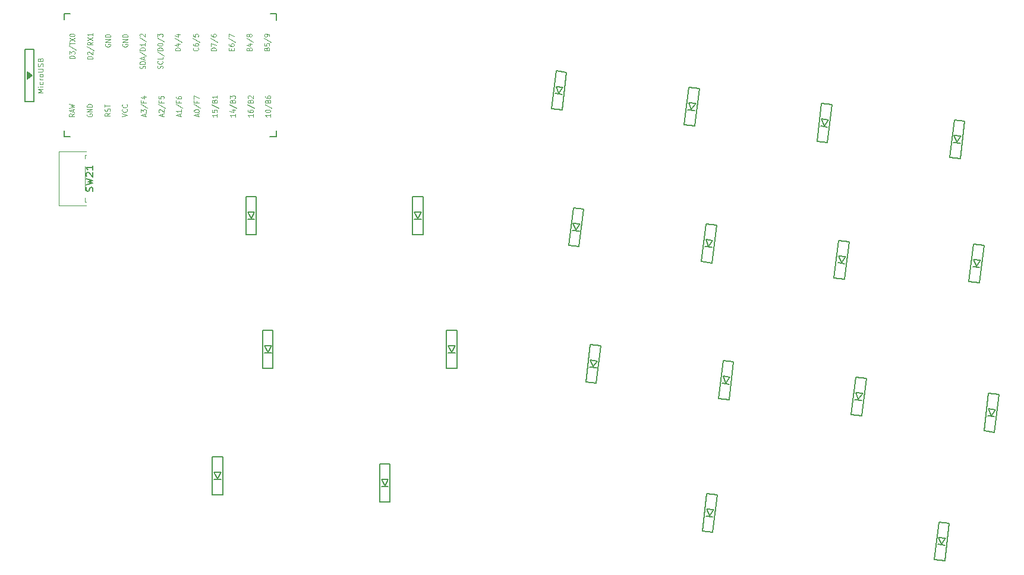
<source format=gbr>
%TF.GenerationSoftware,KiCad,Pcbnew,(5.1.9-0-10_14)*%
%TF.CreationDate,2021-04-30T13:47:16+09:00*%
%TF.ProjectId,seiren-pad,73656972-656e-42d7-9061-642e6b696361,rev?*%
%TF.SameCoordinates,Original*%
%TF.FileFunction,Legend,Top*%
%TF.FilePolarity,Positive*%
%FSLAX46Y46*%
G04 Gerber Fmt 4.6, Leading zero omitted, Abs format (unit mm)*
G04 Created by KiCad (PCBNEW (5.1.9-0-10_14)) date 2021-04-30 13:47:16*
%MOMM*%
%LPD*%
G01*
G04 APERTURE LIST*
%ADD10C,0.120000*%
%ADD11C,0.150000*%
%ADD12C,0.125000*%
G04 APERTURE END LIST*
D10*
X114782600Y-83820000D02*
X114808000Y-83794600D01*
D11*
%TO.C,D4*%
X220394552Y-36693194D02*
X221387098Y-36815064D01*
X220903012Y-36654874D02*
X220516422Y-35700648D01*
X221508968Y-35822518D02*
X220903012Y-36654874D01*
X220516422Y-35700648D02*
X221508968Y-35822518D01*
X220536398Y-33486579D02*
X222025217Y-33669383D01*
X219878303Y-38846329D02*
X221367122Y-39029133D01*
X220536398Y-33486579D02*
X219878303Y-38846329D01*
X221367122Y-39029133D02*
X222025217Y-33669383D01*
%TO.C,D5*%
X119857540Y-47659720D02*
X120857540Y-47659720D01*
X120357540Y-47559720D02*
X119857540Y-46659720D01*
X120857540Y-46659720D02*
X120357540Y-47559720D01*
X119857540Y-46659720D02*
X120857540Y-46659720D01*
X119607540Y-44459720D02*
X121107540Y-44459720D01*
X119607540Y-49859720D02*
X121107540Y-49859720D01*
X119607540Y-44459720D02*
X119607540Y-49859720D01*
X121107540Y-49859720D02*
X121107540Y-44459720D01*
%TO.C,D6*%
X143609440Y-47659720D02*
X144609440Y-47659720D01*
X144109440Y-47559720D02*
X143609440Y-46659720D01*
X144609440Y-46659720D02*
X144109440Y-47559720D01*
X143609440Y-46659720D02*
X144609440Y-46659720D01*
X143359440Y-44459720D02*
X144859440Y-44459720D01*
X143359440Y-49859720D02*
X144859440Y-49859720D01*
X143359440Y-44459720D02*
X143359440Y-49859720D01*
X144859440Y-49859720D02*
X144859440Y-44459720D01*
%TO.C,D7*%
X166113745Y-49221411D02*
X167106291Y-49343281D01*
X166622205Y-49183091D02*
X166235615Y-48228865D01*
X167228161Y-48350735D02*
X166622205Y-49183091D01*
X166235615Y-48228865D02*
X167228161Y-48350735D01*
X166255591Y-46014796D02*
X167744410Y-46197600D01*
X165597496Y-51374546D02*
X167086315Y-51557350D01*
X166255591Y-46014796D02*
X165597496Y-51374546D01*
X167086315Y-51557350D02*
X167744410Y-46197600D01*
%TO.C,D8*%
X185021749Y-51543022D02*
X186014295Y-51664892D01*
X185530209Y-51504702D02*
X185143619Y-50550476D01*
X186136165Y-50672346D02*
X185530209Y-51504702D01*
X185143619Y-50550476D02*
X186136165Y-50672346D01*
X185163595Y-48336407D02*
X186652414Y-48519211D01*
X184505500Y-53696157D02*
X185994319Y-53878961D01*
X185163595Y-48336407D02*
X184505500Y-53696157D01*
X185994319Y-53878961D02*
X186652414Y-48519211D01*
%TO.C,D9*%
X203929753Y-53864628D02*
X204922299Y-53986498D01*
X204438213Y-53826308D02*
X204051623Y-52872082D01*
X205044169Y-52993952D02*
X204438213Y-53826308D01*
X204051623Y-52872082D02*
X205044169Y-52993952D01*
X204071599Y-50658013D02*
X205560418Y-50840817D01*
X203413504Y-56017763D02*
X204902323Y-56200567D01*
X204071599Y-50658013D02*
X203413504Y-56017763D01*
X204902323Y-56200567D02*
X205560418Y-50840817D01*
%TO.C,D10*%
X223149719Y-54392459D02*
X224142265Y-54514329D01*
X223658179Y-54354139D02*
X223271589Y-53399913D01*
X224264135Y-53521783D02*
X223658179Y-54354139D01*
X223271589Y-53399913D02*
X224264135Y-53521783D01*
X223291565Y-51185844D02*
X224780384Y-51368648D01*
X222633470Y-56545594D02*
X224122289Y-56728398D01*
X223291565Y-51185844D02*
X222633470Y-56545594D01*
X224122289Y-56728398D02*
X224780384Y-51368648D01*
%TO.C,D11*%
X122238790Y-66709720D02*
X123238790Y-66709720D01*
X122738790Y-66609720D02*
X122238790Y-65709720D01*
X123238790Y-65709720D02*
X122738790Y-66609720D01*
X122238790Y-65709720D02*
X123238790Y-65709720D01*
X121988790Y-63509720D02*
X123488790Y-63509720D01*
X121988790Y-68909720D02*
X123488790Y-68909720D01*
X121988790Y-63509720D02*
X121988790Y-68909720D01*
X123488790Y-68909720D02*
X123488790Y-63509720D01*
%TO.C,D12*%
X148410040Y-66709720D02*
X149410040Y-66709720D01*
X148910040Y-66609720D02*
X148410040Y-65709720D01*
X149410040Y-65709720D02*
X148910040Y-66609720D01*
X148410040Y-65709720D02*
X149410040Y-65709720D01*
X148160040Y-63509720D02*
X149660040Y-63509720D01*
X148160040Y-68909720D02*
X149660040Y-68909720D01*
X148160040Y-63509720D02*
X148160040Y-68909720D01*
X149660040Y-68909720D02*
X149660040Y-63509720D01*
%TO.C,D13*%
X168556951Y-68714461D02*
X169549497Y-68836331D01*
X169065411Y-68676141D02*
X168678821Y-67721915D01*
X169671367Y-67843785D02*
X169065411Y-68676141D01*
X168678821Y-67721915D02*
X169671367Y-67843785D01*
X168698797Y-65507846D02*
X170187616Y-65690650D01*
X168040702Y-70867596D02*
X169529521Y-71050400D01*
X168698797Y-65507846D02*
X168040702Y-70867596D01*
X169529521Y-71050400D02*
X170187616Y-65690650D01*
%TO.C,D14*%
X187464955Y-71036072D02*
X188457501Y-71157942D01*
X187973415Y-70997752D02*
X187586825Y-70043526D01*
X188579371Y-70165396D02*
X187973415Y-70997752D01*
X187586825Y-70043526D02*
X188579371Y-70165396D01*
X187606801Y-67829457D02*
X189095620Y-68012261D01*
X186948706Y-73189207D02*
X188437525Y-73372011D01*
X187606801Y-67829457D02*
X186948706Y-73189207D01*
X188437525Y-73372011D02*
X189095620Y-68012261D01*
%TO.C,D15*%
X206372953Y-73357668D02*
X207365499Y-73479538D01*
X206881413Y-73319348D02*
X206494823Y-72365122D01*
X207487369Y-72486992D02*
X206881413Y-73319348D01*
X206494823Y-72365122D02*
X207487369Y-72486992D01*
X206514799Y-70151053D02*
X208003618Y-70333857D01*
X205856704Y-75510803D02*
X207345523Y-75693607D01*
X206514799Y-70151053D02*
X205856704Y-75510803D01*
X207345523Y-75693607D02*
X208003618Y-70333857D01*
%TO.C,D16*%
X225280964Y-75679294D02*
X226273510Y-75801164D01*
X225789424Y-75640974D02*
X225402834Y-74686748D01*
X226395380Y-74808618D02*
X225789424Y-75640974D01*
X225402834Y-74686748D02*
X226395380Y-74808618D01*
X225422810Y-72472679D02*
X226911629Y-72655483D01*
X224764715Y-77832429D02*
X226253534Y-78015233D01*
X225422810Y-72472679D02*
X224764715Y-77832429D01*
X226253534Y-78015233D02*
X226911629Y-72655483D01*
%TO.C,D17*%
X115056940Y-84759720D02*
X116056940Y-84759720D01*
X115556940Y-84659720D02*
X115056940Y-83759720D01*
X116056940Y-83759720D02*
X115556940Y-84659720D01*
X115056940Y-83759720D02*
X116056940Y-83759720D01*
X114806940Y-81559720D02*
X116306940Y-81559720D01*
X114806940Y-86959720D02*
X116306940Y-86959720D01*
X114806940Y-81559720D02*
X114806940Y-86959720D01*
X116306940Y-86959720D02*
X116306940Y-81559720D01*
%TO.C,D18*%
X138907540Y-85759720D02*
X139907540Y-85759720D01*
X139407540Y-85659720D02*
X138907540Y-84759720D01*
X139907540Y-84759720D02*
X139407540Y-85659720D01*
X138907540Y-84759720D02*
X139907540Y-84759720D01*
X138657540Y-82559720D02*
X140157540Y-82559720D01*
X138657540Y-87959720D02*
X140157540Y-87959720D01*
X138657540Y-82559720D02*
X138657540Y-87959720D01*
X140157540Y-87959720D02*
X140157540Y-82559720D01*
%TO.C,D19*%
X185143344Y-89944077D02*
X186135890Y-90065947D01*
X185651804Y-89905757D02*
X185265214Y-88951531D01*
X186257760Y-89073401D02*
X185651804Y-89905757D01*
X185265214Y-88951531D02*
X186257760Y-89073401D01*
X185285190Y-86737462D02*
X186774009Y-86920266D01*
X184627095Y-92097212D02*
X186115914Y-92280016D01*
X185285190Y-86737462D02*
X184627095Y-92097212D01*
X186115914Y-92280016D02*
X186774009Y-86920266D01*
%TO.C,D20*%
X218194536Y-94002253D02*
X219187082Y-94124123D01*
X218702996Y-93963933D02*
X218316406Y-93009707D01*
X219308952Y-93131577D02*
X218702996Y-93963933D01*
X218316406Y-93009707D02*
X219308952Y-93131577D01*
X218336382Y-90795638D02*
X219825201Y-90978442D01*
X217678287Y-96155388D02*
X219167106Y-96338192D01*
X218336382Y-90795638D02*
X217678287Y-96155388D01*
X219167106Y-96338192D02*
X219825201Y-90978442D01*
D10*
%TO.C,SW21*%
X96667040Y-45183320D02*
X96897040Y-45183320D01*
X92997040Y-45703320D02*
X92997040Y-37983320D01*
X92997040Y-37983320D02*
X96897040Y-37983320D01*
X92997040Y-45703320D02*
X96897040Y-45703320D01*
X96667040Y-38503320D02*
X96897040Y-38503320D01*
X96667040Y-39043320D02*
X96667040Y-38503320D01*
X96667040Y-45183320D02*
X96667040Y-44643320D01*
X96667040Y-43543320D02*
X96667040Y-40143320D01*
D11*
%TO.C,U1*%
X88934240Y-27297520D02*
X88934240Y-26997520D01*
X88784240Y-27397520D02*
X88784240Y-26897520D01*
X88634240Y-27497520D02*
X88634240Y-26797520D01*
X89134240Y-27147520D02*
X88484240Y-27647520D01*
X88484240Y-26647520D02*
X89134240Y-27147520D01*
X88484240Y-27647520D02*
X88484240Y-26647520D01*
X88134240Y-23397520D02*
X88134240Y-30897520D01*
X89434240Y-23397520D02*
X88134240Y-23397520D01*
X89434240Y-30897520D02*
X89434240Y-23397520D01*
X88134240Y-30897520D02*
X89434240Y-30897520D01*
X93734240Y-35897520D02*
X94584240Y-35897520D01*
X93734240Y-18397520D02*
X94584240Y-18397520D01*
X93734240Y-35897520D02*
X93734240Y-35047520D01*
X93734240Y-18397520D02*
X93734240Y-19197520D01*
X123034240Y-35897520D02*
X123934240Y-35897520D01*
X123084240Y-18397520D02*
X123934240Y-18397520D01*
X123934240Y-35897520D02*
X123934240Y-35047520D01*
X123934240Y-18397520D02*
X123934240Y-19257520D01*
%TO.C,D1*%
X163670539Y-29728361D02*
X164663085Y-29850231D01*
X164178999Y-29690041D02*
X163792409Y-28735815D01*
X164784955Y-28857685D02*
X164178999Y-29690041D01*
X163792409Y-28735815D02*
X164784955Y-28857685D01*
X163812385Y-26521746D02*
X165301204Y-26704550D01*
X163154290Y-31881496D02*
X164643109Y-32064300D01*
X163812385Y-26521746D02*
X163154290Y-31881496D01*
X164643109Y-32064300D02*
X165301204Y-26704550D01*
%TO.C,D2*%
X182578543Y-32049972D02*
X183571089Y-32171842D01*
X183087003Y-32011652D02*
X182700413Y-31057426D01*
X183692959Y-31179296D02*
X183087003Y-32011652D01*
X182700413Y-31057426D02*
X183692959Y-31179296D01*
X182720389Y-28843357D02*
X184209208Y-29026161D01*
X182062294Y-34203107D02*
X183551113Y-34385911D01*
X182720389Y-28843357D02*
X182062294Y-34203107D01*
X183551113Y-34385911D02*
X184209208Y-29026161D01*
%TO.C,D3*%
X201486547Y-34371583D02*
X202479093Y-34493453D01*
X201995007Y-34333263D02*
X201608417Y-33379037D01*
X202600963Y-33500907D02*
X201995007Y-34333263D01*
X201608417Y-33379037D02*
X202600963Y-33500907D01*
X201628393Y-31164968D02*
X203117212Y-31347772D01*
X200970298Y-36524718D02*
X202459117Y-36707522D01*
X201628393Y-31164968D02*
X200970298Y-36524718D01*
X202459117Y-36707522D02*
X203117212Y-31347772D01*
%TO.C,SW21*%
X97781801Y-43652843D02*
X97829420Y-43509986D01*
X97829420Y-43271891D01*
X97781801Y-43176653D01*
X97734182Y-43129034D01*
X97638944Y-43081415D01*
X97543706Y-43081415D01*
X97448468Y-43129034D01*
X97400849Y-43176653D01*
X97353230Y-43271891D01*
X97305611Y-43462367D01*
X97257992Y-43557605D01*
X97210373Y-43605224D01*
X97115135Y-43652843D01*
X97019897Y-43652843D01*
X96924659Y-43605224D01*
X96877040Y-43557605D01*
X96829420Y-43462367D01*
X96829420Y-43224272D01*
X96877040Y-43081415D01*
X96829420Y-42748081D02*
X97829420Y-42509986D01*
X97115135Y-42319510D01*
X97829420Y-42129034D01*
X96829420Y-41890939D01*
X96924659Y-41557605D02*
X96877040Y-41509986D01*
X96829420Y-41414748D01*
X96829420Y-41176653D01*
X96877040Y-41081415D01*
X96924659Y-41033796D01*
X97019897Y-40986177D01*
X97115135Y-40986177D01*
X97257992Y-41033796D01*
X97829420Y-41605224D01*
X97829420Y-40986177D01*
X97829420Y-40033796D02*
X97829420Y-40605224D01*
X97829420Y-40319510D02*
X96829420Y-40319510D01*
X96972278Y-40414748D01*
X97067516Y-40509986D01*
X97115135Y-40605224D01*
%TO.C,U1*%
D12*
X95173525Y-32605139D02*
X94816382Y-32828472D01*
X95173525Y-32987996D02*
X94423525Y-32987996D01*
X94423525Y-32732758D01*
X94459240Y-32668948D01*
X94494954Y-32637043D01*
X94566382Y-32605139D01*
X94673525Y-32605139D01*
X94744954Y-32637043D01*
X94780668Y-32668948D01*
X94816382Y-32732758D01*
X94816382Y-32987996D01*
X94959240Y-32349900D02*
X94959240Y-32030853D01*
X95173525Y-32413710D02*
X94423525Y-32190377D01*
X95173525Y-31967043D01*
X94423525Y-31807520D02*
X95173525Y-31647996D01*
X94637811Y-31520377D01*
X95173525Y-31392758D01*
X94423525Y-31233234D01*
X97009240Y-32652996D02*
X96973525Y-32716805D01*
X96973525Y-32812520D01*
X97009240Y-32908234D01*
X97080668Y-32972043D01*
X97152097Y-33003948D01*
X97294954Y-33035853D01*
X97402097Y-33035853D01*
X97544954Y-33003948D01*
X97616382Y-32972043D01*
X97687811Y-32908234D01*
X97723525Y-32812520D01*
X97723525Y-32748710D01*
X97687811Y-32652996D01*
X97652097Y-32621091D01*
X97402097Y-32621091D01*
X97402097Y-32748710D01*
X97723525Y-32333948D02*
X96973525Y-32333948D01*
X97723525Y-31951091D01*
X96973525Y-31951091D01*
X97723525Y-31632043D02*
X96973525Y-31632043D01*
X96973525Y-31472520D01*
X97009240Y-31376805D01*
X97080668Y-31312996D01*
X97152097Y-31281091D01*
X97294954Y-31249186D01*
X97402097Y-31249186D01*
X97544954Y-31281091D01*
X97616382Y-31312996D01*
X97687811Y-31376805D01*
X97723525Y-31472520D01*
X97723525Y-31632043D01*
X100273525Y-32509424D02*
X99916382Y-32732758D01*
X100273525Y-32892281D02*
X99523525Y-32892281D01*
X99523525Y-32637043D01*
X99559240Y-32573234D01*
X99594954Y-32541329D01*
X99666382Y-32509424D01*
X99773525Y-32509424D01*
X99844954Y-32541329D01*
X99880668Y-32573234D01*
X99916382Y-32637043D01*
X99916382Y-32892281D01*
X100237811Y-32254186D02*
X100273525Y-32158472D01*
X100273525Y-31998948D01*
X100237811Y-31935139D01*
X100202097Y-31903234D01*
X100130668Y-31871329D01*
X100059240Y-31871329D01*
X99987811Y-31903234D01*
X99952097Y-31935139D01*
X99916382Y-31998948D01*
X99880668Y-32126567D01*
X99844954Y-32190377D01*
X99809240Y-32222281D01*
X99737811Y-32254186D01*
X99666382Y-32254186D01*
X99594954Y-32222281D01*
X99559240Y-32190377D01*
X99523525Y-32126567D01*
X99523525Y-31967043D01*
X99559240Y-31871329D01*
X99523525Y-31679900D02*
X99523525Y-31297043D01*
X100273525Y-31488472D02*
X99523525Y-31488472D01*
X101973525Y-33035853D02*
X102723525Y-32812520D01*
X101973525Y-32589186D01*
X102652097Y-31982996D02*
X102687811Y-32014900D01*
X102723525Y-32110615D01*
X102723525Y-32174424D01*
X102687811Y-32270139D01*
X102616382Y-32333948D01*
X102544954Y-32365853D01*
X102402097Y-32397758D01*
X102294954Y-32397758D01*
X102152097Y-32365853D01*
X102080668Y-32333948D01*
X102009240Y-32270139D01*
X101973525Y-32174424D01*
X101973525Y-32110615D01*
X102009240Y-32014900D01*
X102044954Y-31982996D01*
X102652097Y-31312996D02*
X102687811Y-31344900D01*
X102723525Y-31440615D01*
X102723525Y-31504424D01*
X102687811Y-31600139D01*
X102616382Y-31663948D01*
X102544954Y-31695853D01*
X102402097Y-31727758D01*
X102294954Y-31727758D01*
X102152097Y-31695853D01*
X102080668Y-31663948D01*
X102009240Y-31600139D01*
X101973525Y-31504424D01*
X101973525Y-31440615D01*
X102009240Y-31344900D01*
X102044954Y-31312996D01*
X105209240Y-32978234D02*
X105209240Y-32659186D01*
X105423525Y-33042043D02*
X104673525Y-32818710D01*
X105423525Y-32595377D01*
X104673525Y-32435853D02*
X104673525Y-32021091D01*
X104959240Y-32244424D01*
X104959240Y-32148710D01*
X104994954Y-32084900D01*
X105030668Y-32052996D01*
X105102097Y-32021091D01*
X105280668Y-32021091D01*
X105352097Y-32052996D01*
X105387811Y-32084900D01*
X105423525Y-32148710D01*
X105423525Y-32340139D01*
X105387811Y-32403948D01*
X105352097Y-32435853D01*
X104637811Y-31255377D02*
X105602097Y-31829662D01*
X105030668Y-30808710D02*
X105030668Y-31032043D01*
X105423525Y-31032043D02*
X104673525Y-31032043D01*
X104673525Y-30712996D01*
X104923525Y-30170615D02*
X105423525Y-30170615D01*
X104637811Y-30330139D02*
X105173525Y-30489662D01*
X105173525Y-30074900D01*
X107709240Y-32978234D02*
X107709240Y-32659186D01*
X107923525Y-33042043D02*
X107173525Y-32818710D01*
X107923525Y-32595377D01*
X107244954Y-32403948D02*
X107209240Y-32372043D01*
X107173525Y-32308234D01*
X107173525Y-32148710D01*
X107209240Y-32084900D01*
X107244954Y-32052996D01*
X107316382Y-32021091D01*
X107387811Y-32021091D01*
X107494954Y-32052996D01*
X107923525Y-32435853D01*
X107923525Y-32021091D01*
X107137811Y-31255377D02*
X108102097Y-31829662D01*
X107530668Y-30808710D02*
X107530668Y-31032043D01*
X107923525Y-31032043D02*
X107173525Y-31032043D01*
X107173525Y-30712996D01*
X107173525Y-30138710D02*
X107173525Y-30457758D01*
X107530668Y-30489662D01*
X107494954Y-30457758D01*
X107459240Y-30393948D01*
X107459240Y-30234424D01*
X107494954Y-30170615D01*
X107530668Y-30138710D01*
X107602097Y-30106805D01*
X107780668Y-30106805D01*
X107852097Y-30138710D01*
X107887811Y-30170615D01*
X107923525Y-30234424D01*
X107923525Y-30393948D01*
X107887811Y-30457758D01*
X107852097Y-30489662D01*
X110209240Y-32978234D02*
X110209240Y-32659186D01*
X110423525Y-33042043D02*
X109673525Y-32818710D01*
X110423525Y-32595377D01*
X110423525Y-32021091D02*
X110423525Y-32403948D01*
X110423525Y-32212520D02*
X109673525Y-32212520D01*
X109780668Y-32276329D01*
X109852097Y-32340139D01*
X109887811Y-32403948D01*
X109637811Y-31255377D02*
X110602097Y-31829662D01*
X110030668Y-30808710D02*
X110030668Y-31032043D01*
X110423525Y-31032043D02*
X109673525Y-31032043D01*
X109673525Y-30712996D01*
X109673525Y-30170615D02*
X109673525Y-30298234D01*
X109709240Y-30362043D01*
X109744954Y-30393948D01*
X109852097Y-30457758D01*
X109994954Y-30489662D01*
X110280668Y-30489662D01*
X110352097Y-30457758D01*
X110387811Y-30425853D01*
X110423525Y-30362043D01*
X110423525Y-30234424D01*
X110387811Y-30170615D01*
X110352097Y-30138710D01*
X110280668Y-30106805D01*
X110102097Y-30106805D01*
X110030668Y-30138710D01*
X109994954Y-30170615D01*
X109959240Y-30234424D01*
X109959240Y-30362043D01*
X109994954Y-30425853D01*
X110030668Y-30457758D01*
X110102097Y-30489662D01*
X112759240Y-32978234D02*
X112759240Y-32659186D01*
X112973525Y-33042043D02*
X112223525Y-32818710D01*
X112973525Y-32595377D01*
X112223525Y-32244424D02*
X112223525Y-32180615D01*
X112259240Y-32116805D01*
X112294954Y-32084900D01*
X112366382Y-32052996D01*
X112509240Y-32021091D01*
X112687811Y-32021091D01*
X112830668Y-32052996D01*
X112902097Y-32084900D01*
X112937811Y-32116805D01*
X112973525Y-32180615D01*
X112973525Y-32244424D01*
X112937811Y-32308234D01*
X112902097Y-32340139D01*
X112830668Y-32372043D01*
X112687811Y-32403948D01*
X112509240Y-32403948D01*
X112366382Y-32372043D01*
X112294954Y-32340139D01*
X112259240Y-32308234D01*
X112223525Y-32244424D01*
X112187811Y-31255377D02*
X113152097Y-31829662D01*
X112580668Y-30808710D02*
X112580668Y-31032043D01*
X112973525Y-31032043D02*
X112223525Y-31032043D01*
X112223525Y-30712996D01*
X112223525Y-30521567D02*
X112223525Y-30074900D01*
X112973525Y-30362043D01*
X115523525Y-32675139D02*
X115523525Y-33057996D01*
X115523525Y-32866567D02*
X114773525Y-32866567D01*
X114880668Y-32930377D01*
X114952097Y-32994186D01*
X114987811Y-33057996D01*
X114773525Y-32068948D02*
X114773525Y-32387996D01*
X115130668Y-32419900D01*
X115094954Y-32387996D01*
X115059240Y-32324186D01*
X115059240Y-32164662D01*
X115094954Y-32100853D01*
X115130668Y-32068948D01*
X115202097Y-32037043D01*
X115380668Y-32037043D01*
X115452097Y-32068948D01*
X115487811Y-32100853D01*
X115523525Y-32164662D01*
X115523525Y-32324186D01*
X115487811Y-32387996D01*
X115452097Y-32419900D01*
X114737811Y-31271329D02*
X115702097Y-31845615D01*
X115130668Y-30824662D02*
X115166382Y-30728948D01*
X115202097Y-30697043D01*
X115273525Y-30665139D01*
X115380668Y-30665139D01*
X115452097Y-30697043D01*
X115487811Y-30728948D01*
X115523525Y-30792758D01*
X115523525Y-31047996D01*
X114773525Y-31047996D01*
X114773525Y-30824662D01*
X114809240Y-30760853D01*
X114844954Y-30728948D01*
X114916382Y-30697043D01*
X114987811Y-30697043D01*
X115059240Y-30728948D01*
X115094954Y-30760853D01*
X115130668Y-30824662D01*
X115130668Y-31047996D01*
X115523525Y-30027043D02*
X115523525Y-30409900D01*
X115523525Y-30218472D02*
X114773525Y-30218472D01*
X114880668Y-30282281D01*
X114952097Y-30346091D01*
X114987811Y-30409900D01*
X118073525Y-32675139D02*
X118073525Y-33057996D01*
X118073525Y-32866567D02*
X117323525Y-32866567D01*
X117430668Y-32930377D01*
X117502097Y-32994186D01*
X117537811Y-33057996D01*
X117573525Y-32100853D02*
X118073525Y-32100853D01*
X117287811Y-32260377D02*
X117823525Y-32419900D01*
X117823525Y-32005139D01*
X117287811Y-31271329D02*
X118252097Y-31845615D01*
X117680668Y-30824662D02*
X117716382Y-30728948D01*
X117752097Y-30697043D01*
X117823525Y-30665139D01*
X117930668Y-30665139D01*
X118002097Y-30697043D01*
X118037811Y-30728948D01*
X118073525Y-30792758D01*
X118073525Y-31047996D01*
X117323525Y-31047996D01*
X117323525Y-30824662D01*
X117359240Y-30760853D01*
X117394954Y-30728948D01*
X117466382Y-30697043D01*
X117537811Y-30697043D01*
X117609240Y-30728948D01*
X117644954Y-30760853D01*
X117680668Y-30824662D01*
X117680668Y-31047996D01*
X117323525Y-30441805D02*
X117323525Y-30027043D01*
X117609240Y-30250377D01*
X117609240Y-30154662D01*
X117644954Y-30090853D01*
X117680668Y-30058948D01*
X117752097Y-30027043D01*
X117930668Y-30027043D01*
X118002097Y-30058948D01*
X118037811Y-30090853D01*
X118073525Y-30154662D01*
X118073525Y-30346091D01*
X118037811Y-30409900D01*
X118002097Y-30441805D01*
X123123525Y-32675139D02*
X123123525Y-33057996D01*
X123123525Y-32866567D02*
X122373525Y-32866567D01*
X122480668Y-32930377D01*
X122552097Y-32994186D01*
X122587811Y-33057996D01*
X122373525Y-32260377D02*
X122373525Y-32196567D01*
X122409240Y-32132758D01*
X122444954Y-32100853D01*
X122516382Y-32068948D01*
X122659240Y-32037043D01*
X122837811Y-32037043D01*
X122980668Y-32068948D01*
X123052097Y-32100853D01*
X123087811Y-32132758D01*
X123123525Y-32196567D01*
X123123525Y-32260377D01*
X123087811Y-32324186D01*
X123052097Y-32356091D01*
X122980668Y-32387996D01*
X122837811Y-32419900D01*
X122659240Y-32419900D01*
X122516382Y-32387996D01*
X122444954Y-32356091D01*
X122409240Y-32324186D01*
X122373525Y-32260377D01*
X122337811Y-31271329D02*
X123302097Y-31845615D01*
X122730668Y-30824662D02*
X122766382Y-30728948D01*
X122802097Y-30697043D01*
X122873525Y-30665139D01*
X122980668Y-30665139D01*
X123052097Y-30697043D01*
X123087811Y-30728948D01*
X123123525Y-30792758D01*
X123123525Y-31047996D01*
X122373525Y-31047996D01*
X122373525Y-30824662D01*
X122409240Y-30760853D01*
X122444954Y-30728948D01*
X122516382Y-30697043D01*
X122587811Y-30697043D01*
X122659240Y-30728948D01*
X122694954Y-30760853D01*
X122730668Y-30824662D01*
X122730668Y-31047996D01*
X122373525Y-30090853D02*
X122373525Y-30218472D01*
X122409240Y-30282281D01*
X122444954Y-30314186D01*
X122552097Y-30377996D01*
X122694954Y-30409900D01*
X122980668Y-30409900D01*
X123052097Y-30377996D01*
X123087811Y-30346091D01*
X123123525Y-30282281D01*
X123123525Y-30154662D01*
X123087811Y-30090853D01*
X123052097Y-30058948D01*
X122980668Y-30027043D01*
X122802097Y-30027043D01*
X122730668Y-30058948D01*
X122694954Y-30090853D01*
X122659240Y-30154662D01*
X122659240Y-30282281D01*
X122694954Y-30346091D01*
X122730668Y-30377996D01*
X122802097Y-30409900D01*
X120623525Y-32675139D02*
X120623525Y-33057996D01*
X120623525Y-32866567D02*
X119873525Y-32866567D01*
X119980668Y-32930377D01*
X120052097Y-32994186D01*
X120087811Y-33057996D01*
X119873525Y-32100853D02*
X119873525Y-32228472D01*
X119909240Y-32292281D01*
X119944954Y-32324186D01*
X120052097Y-32387996D01*
X120194954Y-32419900D01*
X120480668Y-32419900D01*
X120552097Y-32387996D01*
X120587811Y-32356091D01*
X120623525Y-32292281D01*
X120623525Y-32164662D01*
X120587811Y-32100853D01*
X120552097Y-32068948D01*
X120480668Y-32037043D01*
X120302097Y-32037043D01*
X120230668Y-32068948D01*
X120194954Y-32100853D01*
X120159240Y-32164662D01*
X120159240Y-32292281D01*
X120194954Y-32356091D01*
X120230668Y-32387996D01*
X120302097Y-32419900D01*
X119837811Y-31271329D02*
X120802097Y-31845615D01*
X120230668Y-30824662D02*
X120266382Y-30728948D01*
X120302097Y-30697043D01*
X120373525Y-30665139D01*
X120480668Y-30665139D01*
X120552097Y-30697043D01*
X120587811Y-30728948D01*
X120623525Y-30792758D01*
X120623525Y-31047996D01*
X119873525Y-31047996D01*
X119873525Y-30824662D01*
X119909240Y-30760853D01*
X119944954Y-30728948D01*
X120016382Y-30697043D01*
X120087811Y-30697043D01*
X120159240Y-30728948D01*
X120194954Y-30760853D01*
X120230668Y-30824662D01*
X120230668Y-31047996D01*
X119944954Y-30409900D02*
X119909240Y-30377996D01*
X119873525Y-30314186D01*
X119873525Y-30154662D01*
X119909240Y-30090853D01*
X119944954Y-30058948D01*
X120016382Y-30027043D01*
X120087811Y-30027043D01*
X120194954Y-30058948D01*
X120623525Y-30441805D01*
X120623525Y-30027043D01*
X117530668Y-23575139D02*
X117530668Y-23351805D01*
X117923525Y-23256091D02*
X117923525Y-23575139D01*
X117173525Y-23575139D01*
X117173525Y-23256091D01*
X117173525Y-22681805D02*
X117173525Y-22809424D01*
X117209240Y-22873234D01*
X117244954Y-22905139D01*
X117352097Y-22968948D01*
X117494954Y-23000853D01*
X117780668Y-23000853D01*
X117852097Y-22968948D01*
X117887811Y-22937043D01*
X117923525Y-22873234D01*
X117923525Y-22745615D01*
X117887811Y-22681805D01*
X117852097Y-22649900D01*
X117780668Y-22617996D01*
X117602097Y-22617996D01*
X117530668Y-22649900D01*
X117494954Y-22681805D01*
X117459240Y-22745615D01*
X117459240Y-22873234D01*
X117494954Y-22937043D01*
X117530668Y-22968948D01*
X117602097Y-23000853D01*
X117137811Y-21852281D02*
X118102097Y-22426567D01*
X117173525Y-21692758D02*
X117173525Y-21246091D01*
X117923525Y-21533234D01*
X115373525Y-23607043D02*
X114623525Y-23607043D01*
X114623525Y-23447520D01*
X114659240Y-23351805D01*
X114730668Y-23287996D01*
X114802097Y-23256091D01*
X114944954Y-23224186D01*
X115052097Y-23224186D01*
X115194954Y-23256091D01*
X115266382Y-23287996D01*
X115337811Y-23351805D01*
X115373525Y-23447520D01*
X115373525Y-23607043D01*
X114623525Y-23000853D02*
X114623525Y-22554186D01*
X115373525Y-22841329D01*
X114587811Y-21820377D02*
X115552097Y-22394662D01*
X114623525Y-21309900D02*
X114623525Y-21437520D01*
X114659240Y-21501329D01*
X114694954Y-21533234D01*
X114802097Y-21597043D01*
X114944954Y-21628948D01*
X115230668Y-21628948D01*
X115302097Y-21597043D01*
X115337811Y-21565139D01*
X115373525Y-21501329D01*
X115373525Y-21373710D01*
X115337811Y-21309900D01*
X115302097Y-21277996D01*
X115230668Y-21246091D01*
X115052097Y-21246091D01*
X114980668Y-21277996D01*
X114944954Y-21309900D01*
X114909240Y-21373710D01*
X114909240Y-21501329D01*
X114944954Y-21565139D01*
X114980668Y-21597043D01*
X115052097Y-21628948D01*
X99609240Y-22702996D02*
X99573525Y-22766805D01*
X99573525Y-22862520D01*
X99609240Y-22958234D01*
X99680668Y-23022043D01*
X99752097Y-23053948D01*
X99894954Y-23085853D01*
X100002097Y-23085853D01*
X100144954Y-23053948D01*
X100216382Y-23022043D01*
X100287811Y-22958234D01*
X100323525Y-22862520D01*
X100323525Y-22798710D01*
X100287811Y-22702996D01*
X100252097Y-22671091D01*
X100002097Y-22671091D01*
X100002097Y-22798710D01*
X100323525Y-22383948D02*
X99573525Y-22383948D01*
X100323525Y-22001091D01*
X99573525Y-22001091D01*
X100323525Y-21682043D02*
X99573525Y-21682043D01*
X99573525Y-21522520D01*
X99609240Y-21426805D01*
X99680668Y-21362996D01*
X99752097Y-21331091D01*
X99894954Y-21299186D01*
X100002097Y-21299186D01*
X100144954Y-21331091D01*
X100216382Y-21362996D01*
X100287811Y-21426805D01*
X100323525Y-21522520D01*
X100323525Y-21682043D01*
X102059240Y-22702996D02*
X102023525Y-22766805D01*
X102023525Y-22862520D01*
X102059240Y-22958234D01*
X102130668Y-23022043D01*
X102202097Y-23053948D01*
X102344954Y-23085853D01*
X102452097Y-23085853D01*
X102594954Y-23053948D01*
X102666382Y-23022043D01*
X102737811Y-22958234D01*
X102773525Y-22862520D01*
X102773525Y-22798710D01*
X102737811Y-22702996D01*
X102702097Y-22671091D01*
X102452097Y-22671091D01*
X102452097Y-22798710D01*
X102773525Y-22383948D02*
X102023525Y-22383948D01*
X102773525Y-22001091D01*
X102023525Y-22001091D01*
X102773525Y-21682043D02*
X102023525Y-21682043D01*
X102023525Y-21522520D01*
X102059240Y-21426805D01*
X102130668Y-21362996D01*
X102202097Y-21331091D01*
X102344954Y-21299186D01*
X102452097Y-21299186D01*
X102594954Y-21331091D01*
X102666382Y-21362996D01*
X102737811Y-21426805D01*
X102773525Y-21522520D01*
X102773525Y-21682043D01*
X95223525Y-24731329D02*
X94473525Y-24731329D01*
X94473525Y-24571805D01*
X94509240Y-24476091D01*
X94580668Y-24412281D01*
X94652097Y-24380377D01*
X94794954Y-24348472D01*
X94902097Y-24348472D01*
X95044954Y-24380377D01*
X95116382Y-24412281D01*
X95187811Y-24476091D01*
X95223525Y-24571805D01*
X95223525Y-24731329D01*
X94473525Y-24125139D02*
X94473525Y-23710377D01*
X94759240Y-23933710D01*
X94759240Y-23837996D01*
X94794954Y-23774186D01*
X94830668Y-23742281D01*
X94902097Y-23710377D01*
X95080668Y-23710377D01*
X95152097Y-23742281D01*
X95187811Y-23774186D01*
X95223525Y-23837996D01*
X95223525Y-24029424D01*
X95187811Y-24093234D01*
X95152097Y-24125139D01*
X94437811Y-22944662D02*
X95402097Y-23518948D01*
X94473525Y-22817043D02*
X94473525Y-22434186D01*
X95223525Y-22625615D02*
X94473525Y-22625615D01*
X94473525Y-22274662D02*
X95223525Y-21827996D01*
X94473525Y-21827996D02*
X95223525Y-22274662D01*
X94473525Y-21445139D02*
X94473525Y-21381329D01*
X94509240Y-21317520D01*
X94544954Y-21285615D01*
X94616382Y-21253710D01*
X94759240Y-21221805D01*
X94937811Y-21221805D01*
X95080668Y-21253710D01*
X95152097Y-21285615D01*
X95187811Y-21317520D01*
X95223525Y-21381329D01*
X95223525Y-21445139D01*
X95187811Y-21508948D01*
X95152097Y-21540853D01*
X95080668Y-21572758D01*
X94937811Y-21604662D01*
X94759240Y-21604662D01*
X94616382Y-21572758D01*
X94544954Y-21540853D01*
X94509240Y-21508948D01*
X94473525Y-21445139D01*
X110273525Y-23607043D02*
X109523525Y-23607043D01*
X109523525Y-23447520D01*
X109559240Y-23351805D01*
X109630668Y-23287996D01*
X109702097Y-23256091D01*
X109844954Y-23224186D01*
X109952097Y-23224186D01*
X110094954Y-23256091D01*
X110166382Y-23287996D01*
X110237811Y-23351805D01*
X110273525Y-23447520D01*
X110273525Y-23607043D01*
X109773525Y-22649900D02*
X110273525Y-22649900D01*
X109487811Y-22809424D02*
X110023525Y-22968948D01*
X110023525Y-22554186D01*
X109487811Y-21820377D02*
X110452097Y-22394662D01*
X109773525Y-21309900D02*
X110273525Y-21309900D01*
X109487811Y-21469424D02*
X110023525Y-21628948D01*
X110023525Y-21214186D01*
X105237811Y-26181091D02*
X105273525Y-26085377D01*
X105273525Y-25925853D01*
X105237811Y-25862043D01*
X105202097Y-25830139D01*
X105130668Y-25798234D01*
X105059240Y-25798234D01*
X104987811Y-25830139D01*
X104952097Y-25862043D01*
X104916382Y-25925853D01*
X104880668Y-26053472D01*
X104844954Y-26117281D01*
X104809240Y-26149186D01*
X104737811Y-26181091D01*
X104666382Y-26181091D01*
X104594954Y-26149186D01*
X104559240Y-26117281D01*
X104523525Y-26053472D01*
X104523525Y-25893948D01*
X104559240Y-25798234D01*
X105273525Y-25511091D02*
X104523525Y-25511091D01*
X104523525Y-25351567D01*
X104559240Y-25255853D01*
X104630668Y-25192043D01*
X104702097Y-25160139D01*
X104844954Y-25128234D01*
X104952097Y-25128234D01*
X105094954Y-25160139D01*
X105166382Y-25192043D01*
X105237811Y-25255853D01*
X105273525Y-25351567D01*
X105273525Y-25511091D01*
X105059240Y-24872996D02*
X105059240Y-24553948D01*
X105273525Y-24936805D02*
X104523525Y-24713472D01*
X105273525Y-24490139D01*
X104487811Y-23788234D02*
X105452097Y-24362520D01*
X105273525Y-23564900D02*
X104523525Y-23564900D01*
X104523525Y-23405377D01*
X104559240Y-23309662D01*
X104630668Y-23245853D01*
X104702097Y-23213948D01*
X104844954Y-23182043D01*
X104952097Y-23182043D01*
X105094954Y-23213948D01*
X105166382Y-23245853D01*
X105237811Y-23309662D01*
X105273525Y-23405377D01*
X105273525Y-23564900D01*
X105273525Y-22543948D02*
X105273525Y-22926805D01*
X105273525Y-22735377D02*
X104523525Y-22735377D01*
X104630668Y-22799186D01*
X104702097Y-22862996D01*
X104737811Y-22926805D01*
X104487811Y-21778234D02*
X105452097Y-22352520D01*
X104594954Y-21586805D02*
X104559240Y-21554900D01*
X104523525Y-21491091D01*
X104523525Y-21331567D01*
X104559240Y-21267758D01*
X104594954Y-21235853D01*
X104666382Y-21203948D01*
X104737811Y-21203948D01*
X104844954Y-21235853D01*
X105273525Y-21618710D01*
X105273525Y-21203948D01*
X107737811Y-26165139D02*
X107773525Y-26069424D01*
X107773525Y-25909900D01*
X107737811Y-25846091D01*
X107702097Y-25814186D01*
X107630668Y-25782281D01*
X107559240Y-25782281D01*
X107487811Y-25814186D01*
X107452097Y-25846091D01*
X107416382Y-25909900D01*
X107380668Y-26037520D01*
X107344954Y-26101329D01*
X107309240Y-26133234D01*
X107237811Y-26165139D01*
X107166382Y-26165139D01*
X107094954Y-26133234D01*
X107059240Y-26101329D01*
X107023525Y-26037520D01*
X107023525Y-25877996D01*
X107059240Y-25782281D01*
X107702097Y-25112281D02*
X107737811Y-25144186D01*
X107773525Y-25239900D01*
X107773525Y-25303710D01*
X107737811Y-25399424D01*
X107666382Y-25463234D01*
X107594954Y-25495139D01*
X107452097Y-25527043D01*
X107344954Y-25527043D01*
X107202097Y-25495139D01*
X107130668Y-25463234D01*
X107059240Y-25399424D01*
X107023525Y-25303710D01*
X107023525Y-25239900D01*
X107059240Y-25144186D01*
X107094954Y-25112281D01*
X107773525Y-24506091D02*
X107773525Y-24825139D01*
X107023525Y-24825139D01*
X106987811Y-23804186D02*
X107952097Y-24378472D01*
X107773525Y-23580853D02*
X107023525Y-23580853D01*
X107023525Y-23421329D01*
X107059240Y-23325615D01*
X107130668Y-23261805D01*
X107202097Y-23229900D01*
X107344954Y-23197996D01*
X107452097Y-23197996D01*
X107594954Y-23229900D01*
X107666382Y-23261805D01*
X107737811Y-23325615D01*
X107773525Y-23421329D01*
X107773525Y-23580853D01*
X107023525Y-22783234D02*
X107023525Y-22719424D01*
X107059240Y-22655615D01*
X107094954Y-22623710D01*
X107166382Y-22591805D01*
X107309240Y-22559900D01*
X107487811Y-22559900D01*
X107630668Y-22591805D01*
X107702097Y-22623710D01*
X107737811Y-22655615D01*
X107773525Y-22719424D01*
X107773525Y-22783234D01*
X107737811Y-22847043D01*
X107702097Y-22878948D01*
X107630668Y-22910853D01*
X107487811Y-22942758D01*
X107309240Y-22942758D01*
X107166382Y-22910853D01*
X107094954Y-22878948D01*
X107059240Y-22847043D01*
X107023525Y-22783234D01*
X106987811Y-21794186D02*
X107952097Y-22368472D01*
X107023525Y-21634662D02*
X107023525Y-21219900D01*
X107309240Y-21443234D01*
X107309240Y-21347520D01*
X107344954Y-21283710D01*
X107380668Y-21251805D01*
X107452097Y-21219900D01*
X107630668Y-21219900D01*
X107702097Y-21251805D01*
X107737811Y-21283710D01*
X107773525Y-21347520D01*
X107773525Y-21538948D01*
X107737811Y-21602758D01*
X107702097Y-21634662D01*
X112752097Y-23224186D02*
X112787811Y-23256091D01*
X112823525Y-23351805D01*
X112823525Y-23415615D01*
X112787811Y-23511329D01*
X112716382Y-23575139D01*
X112644954Y-23607043D01*
X112502097Y-23638948D01*
X112394954Y-23638948D01*
X112252097Y-23607043D01*
X112180668Y-23575139D01*
X112109240Y-23511329D01*
X112073525Y-23415615D01*
X112073525Y-23351805D01*
X112109240Y-23256091D01*
X112144954Y-23224186D01*
X112073525Y-22649900D02*
X112073525Y-22777520D01*
X112109240Y-22841329D01*
X112144954Y-22873234D01*
X112252097Y-22937043D01*
X112394954Y-22968948D01*
X112680668Y-22968948D01*
X112752097Y-22937043D01*
X112787811Y-22905139D01*
X112823525Y-22841329D01*
X112823525Y-22713710D01*
X112787811Y-22649900D01*
X112752097Y-22617996D01*
X112680668Y-22586091D01*
X112502097Y-22586091D01*
X112430668Y-22617996D01*
X112394954Y-22649900D01*
X112359240Y-22713710D01*
X112359240Y-22841329D01*
X112394954Y-22905139D01*
X112430668Y-22937043D01*
X112502097Y-22968948D01*
X112037811Y-21820377D02*
X113002097Y-22394662D01*
X112073525Y-21277996D02*
X112073525Y-21597043D01*
X112430668Y-21628948D01*
X112394954Y-21597043D01*
X112359240Y-21533234D01*
X112359240Y-21373710D01*
X112394954Y-21309900D01*
X112430668Y-21277996D01*
X112502097Y-21246091D01*
X112680668Y-21246091D01*
X112752097Y-21277996D01*
X112787811Y-21309900D01*
X112823525Y-21373710D01*
X112823525Y-21533234D01*
X112787811Y-21597043D01*
X112752097Y-21628948D01*
X122580668Y-23383710D02*
X122616382Y-23287996D01*
X122652097Y-23256091D01*
X122723525Y-23224186D01*
X122830668Y-23224186D01*
X122902097Y-23256091D01*
X122937811Y-23287996D01*
X122973525Y-23351805D01*
X122973525Y-23607043D01*
X122223525Y-23607043D01*
X122223525Y-23383710D01*
X122259240Y-23319900D01*
X122294954Y-23287996D01*
X122366382Y-23256091D01*
X122437811Y-23256091D01*
X122509240Y-23287996D01*
X122544954Y-23319900D01*
X122580668Y-23383710D01*
X122580668Y-23607043D01*
X122223525Y-22617996D02*
X122223525Y-22937043D01*
X122580668Y-22968948D01*
X122544954Y-22937043D01*
X122509240Y-22873234D01*
X122509240Y-22713710D01*
X122544954Y-22649900D01*
X122580668Y-22617996D01*
X122652097Y-22586091D01*
X122830668Y-22586091D01*
X122902097Y-22617996D01*
X122937811Y-22649900D01*
X122973525Y-22713710D01*
X122973525Y-22873234D01*
X122937811Y-22937043D01*
X122902097Y-22968948D01*
X122187811Y-21820377D02*
X123152097Y-22394662D01*
X122973525Y-21565139D02*
X122973525Y-21437520D01*
X122937811Y-21373710D01*
X122902097Y-21341805D01*
X122794954Y-21277996D01*
X122652097Y-21246091D01*
X122366382Y-21246091D01*
X122294954Y-21277996D01*
X122259240Y-21309900D01*
X122223525Y-21373710D01*
X122223525Y-21501329D01*
X122259240Y-21565139D01*
X122294954Y-21597043D01*
X122366382Y-21628948D01*
X122544954Y-21628948D01*
X122616382Y-21597043D01*
X122652097Y-21565139D01*
X122687811Y-21501329D01*
X122687811Y-21373710D01*
X122652097Y-21309900D01*
X122616382Y-21277996D01*
X122544954Y-21246091D01*
X97773525Y-24811091D02*
X97023525Y-24811091D01*
X97023525Y-24651567D01*
X97059240Y-24555853D01*
X97130668Y-24492043D01*
X97202097Y-24460139D01*
X97344954Y-24428234D01*
X97452097Y-24428234D01*
X97594954Y-24460139D01*
X97666382Y-24492043D01*
X97737811Y-24555853D01*
X97773525Y-24651567D01*
X97773525Y-24811091D01*
X97094954Y-24172996D02*
X97059240Y-24141091D01*
X97023525Y-24077281D01*
X97023525Y-23917758D01*
X97059240Y-23853948D01*
X97094954Y-23822043D01*
X97166382Y-23790139D01*
X97237811Y-23790139D01*
X97344954Y-23822043D01*
X97773525Y-24204900D01*
X97773525Y-23790139D01*
X96987811Y-23024424D02*
X97952097Y-23598710D01*
X97773525Y-22418234D02*
X97416382Y-22641567D01*
X97773525Y-22801091D02*
X97023525Y-22801091D01*
X97023525Y-22545853D01*
X97059240Y-22482043D01*
X97094954Y-22450139D01*
X97166382Y-22418234D01*
X97273525Y-22418234D01*
X97344954Y-22450139D01*
X97380668Y-22482043D01*
X97416382Y-22545853D01*
X97416382Y-22801091D01*
X97023525Y-22194900D02*
X97773525Y-21748234D01*
X97023525Y-21748234D02*
X97773525Y-22194900D01*
X97773525Y-21142043D02*
X97773525Y-21524900D01*
X97773525Y-21333472D02*
X97023525Y-21333472D01*
X97130668Y-21397281D01*
X97202097Y-21461091D01*
X97237811Y-21524900D01*
X120080668Y-23383710D02*
X120116382Y-23287996D01*
X120152097Y-23256091D01*
X120223525Y-23224186D01*
X120330668Y-23224186D01*
X120402097Y-23256091D01*
X120437811Y-23287996D01*
X120473525Y-23351805D01*
X120473525Y-23607043D01*
X119723525Y-23607043D01*
X119723525Y-23383710D01*
X119759240Y-23319900D01*
X119794954Y-23287996D01*
X119866382Y-23256091D01*
X119937811Y-23256091D01*
X120009240Y-23287996D01*
X120044954Y-23319900D01*
X120080668Y-23383710D01*
X120080668Y-23607043D01*
X119973525Y-22649900D02*
X120473525Y-22649900D01*
X119687811Y-22809424D02*
X120223525Y-22968948D01*
X120223525Y-22554186D01*
X119687811Y-21820377D02*
X120652097Y-22394662D01*
X120044954Y-21501329D02*
X120009240Y-21565139D01*
X119973525Y-21597043D01*
X119902097Y-21628948D01*
X119866382Y-21628948D01*
X119794954Y-21597043D01*
X119759240Y-21565139D01*
X119723525Y-21501329D01*
X119723525Y-21373710D01*
X119759240Y-21309900D01*
X119794954Y-21277996D01*
X119866382Y-21246091D01*
X119902097Y-21246091D01*
X119973525Y-21277996D01*
X120009240Y-21309900D01*
X120044954Y-21373710D01*
X120044954Y-21501329D01*
X120080668Y-21565139D01*
X120116382Y-21597043D01*
X120187811Y-21628948D01*
X120330668Y-21628948D01*
X120402097Y-21597043D01*
X120437811Y-21565139D01*
X120473525Y-21501329D01*
X120473525Y-21373710D01*
X120437811Y-21309900D01*
X120402097Y-21277996D01*
X120330668Y-21246091D01*
X120187811Y-21246091D01*
X120116382Y-21277996D01*
X120080668Y-21309900D01*
X120044954Y-21373710D01*
D10*
X90723525Y-29643948D02*
X89973525Y-29643948D01*
X90509240Y-29393948D01*
X89973525Y-29143948D01*
X90723525Y-29143948D01*
X90723525Y-28786805D02*
X90223525Y-28786805D01*
X89973525Y-28786805D02*
X90009240Y-28822520D01*
X90044954Y-28786805D01*
X90009240Y-28751091D01*
X89973525Y-28786805D01*
X90044954Y-28786805D01*
X90687811Y-28108234D02*
X90723525Y-28179662D01*
X90723525Y-28322520D01*
X90687811Y-28393948D01*
X90652097Y-28429662D01*
X90580668Y-28465377D01*
X90366382Y-28465377D01*
X90294954Y-28429662D01*
X90259240Y-28393948D01*
X90223525Y-28322520D01*
X90223525Y-28179662D01*
X90259240Y-28108234D01*
X90723525Y-27786805D02*
X90223525Y-27786805D01*
X90366382Y-27786805D02*
X90294954Y-27751091D01*
X90259240Y-27715377D01*
X90223525Y-27643948D01*
X90223525Y-27572520D01*
X90723525Y-27215377D02*
X90687811Y-27286805D01*
X90652097Y-27322520D01*
X90580668Y-27358234D01*
X90366382Y-27358234D01*
X90294954Y-27322520D01*
X90259240Y-27286805D01*
X90223525Y-27215377D01*
X90223525Y-27108234D01*
X90259240Y-27036805D01*
X90294954Y-27001091D01*
X90366382Y-26965377D01*
X90580668Y-26965377D01*
X90652097Y-27001091D01*
X90687811Y-27036805D01*
X90723525Y-27108234D01*
X90723525Y-27215377D01*
X89973525Y-26643948D02*
X90580668Y-26643948D01*
X90652097Y-26608234D01*
X90687811Y-26572520D01*
X90723525Y-26501091D01*
X90723525Y-26358234D01*
X90687811Y-26286805D01*
X90652097Y-26251091D01*
X90580668Y-26215377D01*
X89973525Y-26215377D01*
X90687811Y-25893948D02*
X90723525Y-25786805D01*
X90723525Y-25608234D01*
X90687811Y-25536805D01*
X90652097Y-25501091D01*
X90580668Y-25465377D01*
X90509240Y-25465377D01*
X90437811Y-25501091D01*
X90402097Y-25536805D01*
X90366382Y-25608234D01*
X90330668Y-25751091D01*
X90294954Y-25822520D01*
X90259240Y-25858234D01*
X90187811Y-25893948D01*
X90116382Y-25893948D01*
X90044954Y-25858234D01*
X90009240Y-25822520D01*
X89973525Y-25751091D01*
X89973525Y-25572520D01*
X90009240Y-25465377D01*
X90330668Y-24893948D02*
X90366382Y-24786805D01*
X90402097Y-24751091D01*
X90473525Y-24715377D01*
X90580668Y-24715377D01*
X90652097Y-24751091D01*
X90687811Y-24786805D01*
X90723525Y-24858234D01*
X90723525Y-25143948D01*
X89973525Y-25143948D01*
X89973525Y-24893948D01*
X90009240Y-24822520D01*
X90044954Y-24786805D01*
X90116382Y-24751091D01*
X90187811Y-24751091D01*
X90259240Y-24786805D01*
X90294954Y-24822520D01*
X90330668Y-24893948D01*
X90330668Y-25143948D01*
X90723525Y-29643948D02*
X89973525Y-29643948D01*
X90509240Y-29393948D01*
X89973525Y-29143948D01*
X90723525Y-29143948D01*
X90723525Y-28786805D02*
X90223525Y-28786805D01*
X89973525Y-28786805D02*
X90009240Y-28822520D01*
X90044954Y-28786805D01*
X90009240Y-28751091D01*
X89973525Y-28786805D01*
X90044954Y-28786805D01*
X90687811Y-28108234D02*
X90723525Y-28179662D01*
X90723525Y-28322520D01*
X90687811Y-28393948D01*
X90652097Y-28429662D01*
X90580668Y-28465377D01*
X90366382Y-28465377D01*
X90294954Y-28429662D01*
X90259240Y-28393948D01*
X90223525Y-28322520D01*
X90223525Y-28179662D01*
X90259240Y-28108234D01*
X90723525Y-27786805D02*
X90223525Y-27786805D01*
X90366382Y-27786805D02*
X90294954Y-27751091D01*
X90259240Y-27715377D01*
X90223525Y-27643948D01*
X90223525Y-27572520D01*
X90723525Y-27215377D02*
X90687811Y-27286805D01*
X90652097Y-27322520D01*
X90580668Y-27358234D01*
X90366382Y-27358234D01*
X90294954Y-27322520D01*
X90259240Y-27286805D01*
X90223525Y-27215377D01*
X90223525Y-27108234D01*
X90259240Y-27036805D01*
X90294954Y-27001091D01*
X90366382Y-26965377D01*
X90580668Y-26965377D01*
X90652097Y-27001091D01*
X90687811Y-27036805D01*
X90723525Y-27108234D01*
X90723525Y-27215377D01*
X89973525Y-26643948D02*
X90580668Y-26643948D01*
X90652097Y-26608234D01*
X90687811Y-26572520D01*
X90723525Y-26501091D01*
X90723525Y-26358234D01*
X90687811Y-26286805D01*
X90652097Y-26251091D01*
X90580668Y-26215377D01*
X89973525Y-26215377D01*
X90687811Y-25893948D02*
X90723525Y-25786805D01*
X90723525Y-25608234D01*
X90687811Y-25536805D01*
X90652097Y-25501091D01*
X90580668Y-25465377D01*
X90509240Y-25465377D01*
X90437811Y-25501091D01*
X90402097Y-25536805D01*
X90366382Y-25608234D01*
X90330668Y-25751091D01*
X90294954Y-25822520D01*
X90259240Y-25858234D01*
X90187811Y-25893948D01*
X90116382Y-25893948D01*
X90044954Y-25858234D01*
X90009240Y-25822520D01*
X89973525Y-25751091D01*
X89973525Y-25572520D01*
X90009240Y-25465377D01*
X90330668Y-24893948D02*
X90366382Y-24786805D01*
X90402097Y-24751091D01*
X90473525Y-24715377D01*
X90580668Y-24715377D01*
X90652097Y-24751091D01*
X90687811Y-24786805D01*
X90723525Y-24858234D01*
X90723525Y-25143948D01*
X89973525Y-25143948D01*
X89973525Y-24893948D01*
X90009240Y-24822520D01*
X90044954Y-24786805D01*
X90116382Y-24751091D01*
X90187811Y-24751091D01*
X90259240Y-24786805D01*
X90294954Y-24822520D01*
X90330668Y-24893948D01*
X90330668Y-25143948D01*
%TD*%
M02*

</source>
